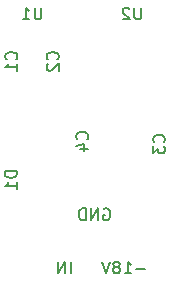
<source format=gbo>
G04 #@! TF.GenerationSoftware,KiCad,Pcbnew,(5.1.7)-1*
G04 #@! TF.CreationDate,2021-11-13T12:09:10+01:00*
G04 #@! TF.ProjectId,psu-module-negative,7073752d-6d6f-4647-956c-652d6e656761,rev?*
G04 #@! TF.SameCoordinates,Original*
G04 #@! TF.FileFunction,Legend,Bot*
G04 #@! TF.FilePolarity,Positive*
%FSLAX46Y46*%
G04 Gerber Fmt 4.6, Leading zero omitted, Abs format (unit mm)*
G04 Created by KiCad (PCBNEW (5.1.7)-1) date 2021-11-13 12:09:10*
%MOMM*%
%LPD*%
G01*
G04 APERTURE LIST*
%ADD10C,0.150000*%
%ADD11R,1.600000X1.600000*%
%ADD12O,1.600000X1.600000*%
%ADD13C,1.600000*%
%ADD14O,1.300000X1.300000*%
%ADD15C,1.300000*%
%ADD16R,1.700000X1.700000*%
%ADD17O,1.700000X1.700000*%
G04 APERTURE END LIST*
D10*
X28301904Y-28071428D02*
X27540000Y-28071428D01*
X26540000Y-28452380D02*
X27111428Y-28452380D01*
X26825714Y-28452380D02*
X26825714Y-27452380D01*
X26920952Y-27595238D01*
X27016190Y-27690476D01*
X27111428Y-27738095D01*
X25968571Y-27880952D02*
X26063809Y-27833333D01*
X26111428Y-27785714D01*
X26159047Y-27690476D01*
X26159047Y-27642857D01*
X26111428Y-27547619D01*
X26063809Y-27500000D01*
X25968571Y-27452380D01*
X25778095Y-27452380D01*
X25682857Y-27500000D01*
X25635238Y-27547619D01*
X25587619Y-27642857D01*
X25587619Y-27690476D01*
X25635238Y-27785714D01*
X25682857Y-27833333D01*
X25778095Y-27880952D01*
X25968571Y-27880952D01*
X26063809Y-27928571D01*
X26111428Y-27976190D01*
X26159047Y-28071428D01*
X26159047Y-28261904D01*
X26111428Y-28357142D01*
X26063809Y-28404761D01*
X25968571Y-28452380D01*
X25778095Y-28452380D01*
X25682857Y-28404761D01*
X25635238Y-28357142D01*
X25587619Y-28261904D01*
X25587619Y-28071428D01*
X25635238Y-27976190D01*
X25682857Y-27928571D01*
X25778095Y-27880952D01*
X25301904Y-27452380D02*
X24968571Y-28452380D01*
X24635238Y-27452380D01*
X21983809Y-28452380D02*
X21983809Y-27452380D01*
X21507619Y-28452380D02*
X21507619Y-27452380D01*
X20936190Y-28452380D01*
X20936190Y-27452380D01*
X24761904Y-23000000D02*
X24857142Y-22952380D01*
X25000000Y-22952380D01*
X25142857Y-23000000D01*
X25238095Y-23095238D01*
X25285714Y-23190476D01*
X25333333Y-23380952D01*
X25333333Y-23523809D01*
X25285714Y-23714285D01*
X25238095Y-23809523D01*
X25142857Y-23904761D01*
X25000000Y-23952380D01*
X24904761Y-23952380D01*
X24761904Y-23904761D01*
X24714285Y-23857142D01*
X24714285Y-23523809D01*
X24904761Y-23523809D01*
X24285714Y-23952380D02*
X24285714Y-22952380D01*
X23714285Y-23952380D01*
X23714285Y-22952380D01*
X23238095Y-23952380D02*
X23238095Y-22952380D01*
X23000000Y-22952380D01*
X22857142Y-23000000D01*
X22761904Y-23095238D01*
X22714285Y-23190476D01*
X22666666Y-23380952D01*
X22666666Y-23523809D01*
X22714285Y-23714285D01*
X22761904Y-23809523D01*
X22857142Y-23904761D01*
X23000000Y-23952380D01*
X23238095Y-23952380D01*
X17412380Y-19801904D02*
X16412380Y-19801904D01*
X16412380Y-20040000D01*
X16460000Y-20182857D01*
X16555238Y-20278095D01*
X16650476Y-20325714D01*
X16840952Y-20373333D01*
X16983809Y-20373333D01*
X17174285Y-20325714D01*
X17269523Y-20278095D01*
X17364761Y-20182857D01*
X17412380Y-20040000D01*
X17412380Y-19801904D01*
X17412380Y-21325714D02*
X17412380Y-20754285D01*
X17412380Y-21040000D02*
X16412380Y-21040000D01*
X16555238Y-20944761D01*
X16650476Y-20849523D01*
X16698095Y-20754285D01*
X20857142Y-10333333D02*
X20904761Y-10285714D01*
X20952380Y-10142857D01*
X20952380Y-10047619D01*
X20904761Y-9904761D01*
X20809523Y-9809523D01*
X20714285Y-9761904D01*
X20523809Y-9714285D01*
X20380952Y-9714285D01*
X20190476Y-9761904D01*
X20095238Y-9809523D01*
X20000000Y-9904761D01*
X19952380Y-10047619D01*
X19952380Y-10142857D01*
X20000000Y-10285714D01*
X20047619Y-10333333D01*
X20047619Y-10714285D02*
X20000000Y-10761904D01*
X19952380Y-10857142D01*
X19952380Y-11095238D01*
X20000000Y-11190476D01*
X20047619Y-11238095D01*
X20142857Y-11285714D01*
X20238095Y-11285714D01*
X20380952Y-11238095D01*
X20952380Y-10666666D01*
X20952380Y-11285714D01*
X17357142Y-10333333D02*
X17404761Y-10285714D01*
X17452380Y-10142857D01*
X17452380Y-10047619D01*
X17404761Y-9904761D01*
X17309523Y-9809523D01*
X17214285Y-9761904D01*
X17023809Y-9714285D01*
X16880952Y-9714285D01*
X16690476Y-9761904D01*
X16595238Y-9809523D01*
X16500000Y-9904761D01*
X16452380Y-10047619D01*
X16452380Y-10142857D01*
X16500000Y-10285714D01*
X16547619Y-10333333D01*
X17452380Y-11285714D02*
X17452380Y-10714285D01*
X17452380Y-11000000D02*
X16452380Y-11000000D01*
X16595238Y-10904761D01*
X16690476Y-10809523D01*
X16738095Y-10714285D01*
X19491904Y-5952380D02*
X19491904Y-6761904D01*
X19444285Y-6857142D01*
X19396666Y-6904761D01*
X19301428Y-6952380D01*
X19110952Y-6952380D01*
X19015714Y-6904761D01*
X18968095Y-6857142D01*
X18920476Y-6761904D01*
X18920476Y-5952380D01*
X17920476Y-6952380D02*
X18491904Y-6952380D01*
X18206190Y-6952380D02*
X18206190Y-5952380D01*
X18301428Y-6095238D01*
X18396666Y-6190476D01*
X18491904Y-6238095D01*
X23357142Y-17083333D02*
X23404761Y-17035714D01*
X23452380Y-16892857D01*
X23452380Y-16797619D01*
X23404761Y-16654761D01*
X23309523Y-16559523D01*
X23214285Y-16511904D01*
X23023809Y-16464285D01*
X22880952Y-16464285D01*
X22690476Y-16511904D01*
X22595238Y-16559523D01*
X22500000Y-16654761D01*
X22452380Y-16797619D01*
X22452380Y-16892857D01*
X22500000Y-17035714D01*
X22547619Y-17083333D01*
X22785714Y-17940476D02*
X23452380Y-17940476D01*
X22404761Y-17702380D02*
X23119047Y-17464285D01*
X23119047Y-18083333D01*
X27951904Y-5952380D02*
X27951904Y-6761904D01*
X27904285Y-6857142D01*
X27856666Y-6904761D01*
X27761428Y-6952380D01*
X27570952Y-6952380D01*
X27475714Y-6904761D01*
X27428095Y-6857142D01*
X27380476Y-6761904D01*
X27380476Y-5952380D01*
X26951904Y-6047619D02*
X26904285Y-6000000D01*
X26809047Y-5952380D01*
X26570952Y-5952380D01*
X26475714Y-6000000D01*
X26428095Y-6047619D01*
X26380476Y-6142857D01*
X26380476Y-6238095D01*
X26428095Y-6380952D01*
X26999523Y-6952380D01*
X26380476Y-6952380D01*
X29857142Y-17333333D02*
X29904761Y-17285714D01*
X29952380Y-17142857D01*
X29952380Y-17047619D01*
X29904761Y-16904761D01*
X29809523Y-16809523D01*
X29714285Y-16761904D01*
X29523809Y-16714285D01*
X29380952Y-16714285D01*
X29190476Y-16761904D01*
X29095238Y-16809523D01*
X29000000Y-16904761D01*
X28952380Y-17047619D01*
X28952380Y-17142857D01*
X29000000Y-17285714D01*
X29047619Y-17333333D01*
X28952380Y-17666666D02*
X28952380Y-18285714D01*
X29333333Y-17952380D01*
X29333333Y-18095238D01*
X29380952Y-18190476D01*
X29428571Y-18238095D01*
X29523809Y-18285714D01*
X29761904Y-18285714D01*
X29857142Y-18238095D01*
X29904761Y-18190476D01*
X29952380Y-18095238D01*
X29952380Y-17809523D01*
X29904761Y-17714285D01*
X29857142Y-17666666D01*
%LPC*%
D11*
X16960000Y-18000000D03*
D12*
X16960000Y-23080000D03*
D13*
X20500000Y-12500000D03*
X20500000Y-15000000D03*
X16960000Y-12500000D03*
X16960000Y-15000000D03*
D14*
X18730000Y-9520000D03*
D15*
X20000000Y-8250000D03*
G36*
G01*
X17919619Y-7790381D02*
X17919619Y-7790381D01*
G75*
G02*
X17919619Y-8709619I-459619J-459619D01*
G01*
X17919619Y-8709619D01*
G75*
G02*
X17000381Y-8709619I-459619J459619D01*
G01*
X17000381Y-8709619D01*
G75*
G02*
X17000381Y-7790381I459619J459619D01*
G01*
X17000381Y-7790381D01*
G75*
G02*
X17919619Y-7790381I459619J-459619D01*
G01*
G37*
D11*
X23000000Y-21750000D03*
D13*
X23000000Y-19250000D03*
D11*
X31000000Y-15250000D03*
D12*
X23380000Y-7630000D03*
X31000000Y-12710000D03*
X23380000Y-10170000D03*
X31000000Y-10170000D03*
X23380000Y-12710000D03*
X31000000Y-7630000D03*
X23380000Y-15250000D03*
D11*
X29500000Y-21500000D03*
D13*
X29500000Y-19500000D03*
D16*
X26540000Y-25750000D03*
D17*
X24000000Y-25750000D03*
X21460000Y-25750000D03*
M02*

</source>
